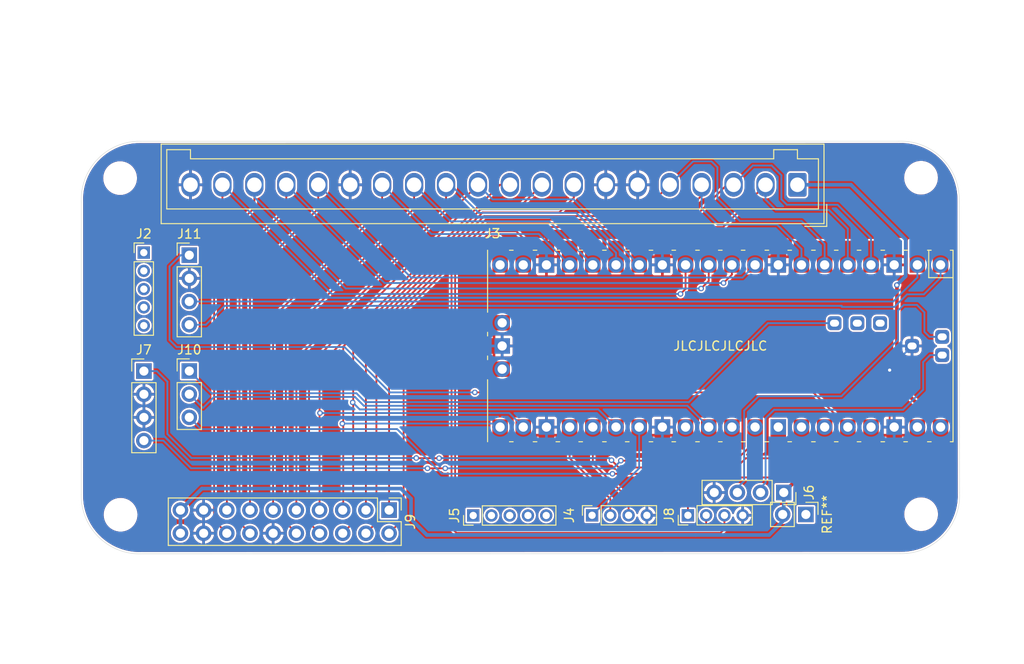
<source format=kicad_pcb>
(kicad_pcb (version 20211014) (generator pcbnew)
  (layers (0 "F.Cu" signal) (31 "B.Cu" signal) (34 "B.Paste" user) (35 "F.Paste" user) (36 "B.SilkS" user "B.Silkscreen") (37 "F.SilkS" user "F.Silkscreen") (38 "B.Mask" user) (39 "F.Mask" user) (44 "Edge.Cuts" user))
  (net 0 "")
  (net 1 "GND")
  (net 2 "+5V")
  (net 3 "D-")
  (net 4 "D+")
  (net 5 "RGB DATA")
  (net 6 "OLED SCL")
  (net 7 "LEFT")
  (net 8 "DOWN")
  (net 9 "RIGHT")
  (net 10 "UP")
  (net 11 "OLED SDA")
  (net 12 "1K")
  (net 13 "2K")
  (net 14 "3K")
  (net 15 "4K")
  (net 16 "1P")
  (net 17 "2P")
  (net 18 "3P")
  (net 19 "TURBO")
  (net 21 "TURBO LED")
  (net 22 "RS")
  (net 24 "LS")
  (net 26 "3.3V")
  (net 28 "4P")
  (net 33 "SELECT")
  (net 34 "START")
  (net 36 "L3")
  (net 37 "R3")
  (net 38 "HOME")
  (net 39 "TP")
  (net 40 "BOOT")
  (net 41 "RESET")
  (footprint "Connector_PinHeader_2.54mm:PinHeader_1x03_P2.54mm_Vertical" (layer "F.Cu") (at 107.64 78.78)
    (fp_text reference "J10" (at 0 -2.33) (layer "F.SilkS"))
    (fp_text value "Conn_01x03_Male")
    (pad "1" thru_hole rect locked (at 0 0) (size 1.7 1.7) (drill 1) (layers *.Cu *.Mask) (net 40 "BOOT"))
    (pad "2" thru_hole oval locked (at 0 2.54) (size 1.7 1.7) (drill 1) (layers *.Cu *.Mask) (net 41 "RESET"))
    (pad "3" thru_hole oval locked (at 0 5.08) (size 1.7 1.7) (drill 1) (layers *.Cu *.Mask) (net 5 "RGB DATA"))
  )
  (footprint "Connector_PinHeader_2.54mm:PinHeader_1x04_P2.54mm_Vertical" (layer "F.Cu") (at 102.665521 78.789011)
    (fp_text reference "J7" (at 0 -2.33) (layer "F.SilkS"))
    (fp_text value "Conn_01x04_Male")
    (pad "1" thru_hole rect locked (at 0 0) (size 1.7 1.7) (drill 1) (layers *.Cu *.Mask) (net 24 "LS"))
    (pad "2" thru_hole oval locked (at 0 2.54) (size 1.7 1.7) (drill 1) (layers *.Cu *.Mask) (net 1 "GND"))
    (pad "3" thru_hole oval locked (at 0 5.08) (size 1.7 1.7) (drill 1) (layers *.Cu *.Mask) (net 1 "GND"))
    (pad "4" thru_hole oval locked (at 0 7.62) (size 1.7 1.7) (drill 1) (layers *.Cu *.Mask) (net 22 "RS"))
  )
  (footprint "Connector_PinSocket_2.54mm:PinSocket_1x04_P2.54mm_Vertical" (layer "F.Cu") (at 172.77 92.1 -90)
    (fp_text reference "J6" (at 0 -2.77 90) (layer "F.SilkS"))
    (fp_text value "Conn_01x04_Male")
    (pad "1" thru_hole rect locked (at 0 0 270) (size 1.7 1.7) (drill 1) (layers *.Cu *.Mask) (net 2 "+5V"))
    (pad "2" thru_hole oval locked (at 0 2.54 270) (size 1.7 1.7) (drill 1) (layers *.Cu *.Mask) (net 3 "D-"))
    (pad "3" thru_hole oval locked (at 0 5.08 270) (size 1.7 1.7) (drill 1) (layers *.Cu *.Mask) (net 4 "D+"))
    (pad "4" thru_hole oval locked (at 0 7.62 270) (size 1.7 1.7) (drill 1) (layers *.Cu *.Mask) (net 1 "GND"))
  )
  (footprint "Connector_PinHeader_2.54mm:PinHeader_1x04_P2.54mm_Vertical" (layer "F.Cu") (at 107.64 66.08)
    (fp_text reference "J11" (at 0 -2.33) (layer "F.SilkS"))
    (fp_text value "Conn_01x04_Female")
    (pad "1" thru_hole rect locked (at 0 0) (size 1.7 1.7) (drill 1) (layers *.Cu *.Mask) (net 26 "3.3V"))
    (pad "2" thru_hole oval locked (at 0 2.54) (size 1.7 1.7) (drill 1) (layers *.Cu *.Mask) (net 1 "GND"))
    (pad "3" thru_hole oval locked (at 0 5.08) (size 1.7 1.7) (drill 1) (layers *.Cu *.Mask) (net 6 "OLED SCL"))
    (pad "4" thru_hole oval locked (at 0 7.62) (size 1.7 1.7) (drill 1) (layers *.Cu *.Mask) (net 11 "OLED SDA"))
  )
  (footprint "Connector_Wago:Wago_734-150_1x20_P3.50mm_Vertical" (layer "F.Cu") (at 174.27 58.36 180)
    (fp_text reference "J3" (at 33.4 -5.35) (layer "F.SilkS"))
    (fp_text value "Screw_Terminal_01x20")
    (pad "1" thru_hole roundrect locked (at 0 0 180) (size 2 2.6) (drill 1.6) (layers *.Cu *.Mask) (roundrect_rratio 0.125) (net 2 "+5V"))
    (pad "2" thru_hole oval locked (at 3.5 0 180) (size 2 2.6) (drill 1.6) (layers *.Cu *.Mask) (net 8 "DOWN"))
    (pad "3" thru_hole oval locked (at 7 0 180) (size 2 2.6) (drill 1.6) (layers *.Cu *.Mask) (net 10 "UP"))
    (pad "4" thru_hole oval locked (at 10.5 0 180) (size 2 2.6) (drill 1.6) (layers *.Cu *.Mask) (net 7 "LEFT"))
    (pad "5" thru_hole oval locked (at 14 0 180) (size 2 2.6) (drill 1.6) (layers *.Cu *.Mask) (net 9 "RIGHT"))
    (pad "6" thru_hole oval locked (at 17.5 0 180) (size 2 2.6) (drill 1.6) (layers *.Cu *.Mask) (net 1 "GND"))
    (pad "7" thru_hole oval locked (at 21 0 180) (size 2 2.6) (drill 1.6) (layers *.Cu *.Mask) (net 1 "GND"))
    (pad "8" thru_hole oval locked (at 24.5 0 180) (size 2 2.6) (drill 1.6) (layers *.Cu *.Mask) (net 38 "HOME"))
    (pad "9" thru_hole oval locked (at 28 0 180) (size 2 2.6) (drill 1.6) (layers *.Cu *.Mask) (net 33 "SELECT"))
    (pad "10" thru_hole oval locked (at 31.5 0 180) (size 2 2.6) (drill 1.6) (layers *.Cu *.Mask) (net 34 "START"))
    (pad "11" thru_hole oval locked (at 35 0 180) (size 2 2.6) (drill 1.6) (layers *.Cu *.Mask) (net 16 "1P"))
    (pad "12" thru_hole oval locked (at 38.5 0 180) (size 2 2.6) (drill 1.6) (layers *.Cu *.Mask) (net 17 "2P"))
    (pad "13" thru_hole oval locked (at 42 0 180) (size 2 2.6) (drill 1.6) (layers *.Cu *.Mask) (net 18 "3P"))
    (pad "14" thru_hole oval locked (at 45.5 0 180) (size 2 2.6) (drill 1.6) (layers *.Cu *.Mask) (net 28 "4P"))
    (pad "15" thru_hole oval locked (at 49 0 180) (size 2 2.6) (drill 1.6) (layers *.Cu *.Mask) (net 1 "GND"))
    (pad "16" thru_hole oval locked (at 52.5 0 180) (size 2 2.6) (drill 1.6) (layers *.Cu *.Mask) (net 12 "1K"))
    (pad "17" thru_hole oval locked (at 56 0 180) (size 2 2.6) (drill 1.6) (layers *.Cu *.Mask) (net 13 "2K"))
    (pad "18" thru_hole oval locked (at 59.5 0 180) (size 2 2.6) (drill 1.6) (layers *.Cu *.Mask) (net 14 "3K"))
    (pad "19" thru_hole oval locked (at 63 0 180) (size 2 2.6) (drill 1.6) (layers *.Cu *.Mask) (net 15 "4K"))
    (pad "20" thru_hole oval locked (at 66.5 0 180) (size 2 2.6) (drill 1.6) (layers *.Cu *.Mask) (net 1 "GND"))
  )
  (footprint "MountingHole:MountingHole_3.2mm_M3" (layer "F.Cu") (at 100.11 94.54 -90)
    (fp_text reference "H4" hide)
    (fp_text value "MountingHole")
    (pad "" np_thru_hole circle locked (at 0 0 270) (size 3.2 3.2) (drill 3.2) (layers *.Cu *.Mask))
  )
  (footprint "Connector_PinSocket_2.00mm:PinSocket_1x04_P2.00mm_Vertical" (layer "F.Cu") (at 151.77 94.6 90)
    (fp_text reference "J4" (at 0 -2.5 90) (layer "F.SilkS"))
    (fp_text value "Conn_01x04_Male")
    (pad "1" thru_hole rect locked (at 0 0 90) (size 1.35 1.35) (drill 0.8) (layers *.Cu *.Mask) (net 39 "TP"))
    (pad "2" thru_hole oval locked (at 0 2 90) (size 1.35 1.35) (drill 0.8) (layers *.Cu *.Mask) (net 36 "L3"))
    (pad "3" thru_hole oval locked (at 0 4 90) (size 1.35 1.35) (drill 0.8) (layers *.Cu *.Mask) (net 37 "R3"))
    (pad "4" thru_hole oval locked (at 0 6 90) (size 1.35 1.35) (drill 0.8) (layers *.Cu *.Mask) (net 1 "GND"))
  )
  (footprint "MountingHole:MountingHole_3.2mm_M3" (layer "F.Cu") (at 100.06 57.63 -90)
    (fp_text reference "H3" hide)
    (fp_text value "MountingHole")
    (pad "" np_thru_hole circle locked (at 0 0 270) (size 3.2 3.2) (drill 3.2) (layers *.Cu *.Mask))
  )
  (footprint "Connector_PinHeader_2.54mm:PinHeader_2x10_P2.54mm_Vertical" (layer "F.Cu") (at 129.53 94.03 -90)
    (fp_text reference "J9" (at 1.27 -2.33 90) (layer "F.SilkS"))
    (fp_text value "Conn_02x10_Odd_Even")
    (pad "1" thru_hole rect (at 0 0 270) (size 1.7 1.7) (drill 1) (layers *.Cu *.Mask) (net 10 "UP"))
    (pad "2" thru_hole oval (at 2.54 0 270) (size 1.7 1.7) (drill 1) (layers *.Cu *.Mask) (net 8 "DOWN"))
    (pad "3" thru_hole oval (at 0 2.54 270) (size 1.7 1.7) (drill 1) (layers *.Cu *.Mask) (net 9 "RIGHT"))
    (pad "4" thru_hole oval (at 2.54 2.54 270) (size 1.7 1.7) (drill 1) (layers *.Cu *.Mask) (net 7 "LEFT"))
    (pad "5" thru_hole oval (at 0 5.08 270) (size 1.7 1.7) (drill 1) (layers *.Cu *.Mask) (net 33 "SELECT"))
    (pad "6" thru_hole oval (at 2.54 5.08 270) (size 1.7 1.7) (drill 1) (layers *.Cu *.Mask) (net 38 "HOME"))
    (pad "7" thru_hole oval (at 0 7.62 270) (size 1.7 1.7) (drill 1) (layers *.Cu *.Mask) (net 34 "START"))
    (pad "8" thru_hole oval (at 2.54 7.62 270) (size 1.7 1.7) (drill 1) (layers *.Cu *.Mask) (net 16 "1P"))
    (pad "9" thru_hole oval (at 0 10.16 270) (size 1.7 1.7) (drill 1) (layers *.Cu *.Mask) (net 17 "2P"))
    (pad "10" thru_hole oval (at 2.54 10.16 270) (size 1.7 1.7) (drill 1) (layers *.Cu *.Mask) (net 18 "3P"))
    (pad "11" thru_hole oval (at 0 12.7 270) (size 1.7 1.7) (drill 1) (layers *.Cu *.Mask) (net 28 "4P"))
    (pad "12" thru_hole oval (at 2.54 12.7 270) (size 1.7 1.7) (drill 1) (layers *.Cu *.Mask) (net 1 "GND"))
    (pad "13" thru_hole oval (at 0 15.24 270) (size 1.7 1.7) (drill 1) (layers *.Cu *.Mask) (net 12 "1K"))
    (pad "14" thru_hole oval (at 2.54 15.24 270) (size 1.7 1.7) (drill 1) (layers *.Cu *.Mask) (net 13 "2K"))
    (pad "15" thru_hole oval (at 0 17.78 270) (size 1.7 1.7) (drill 1) (layers *.Cu *.Mask) (net 14 "3K"))
    (pad "16" thru_hole oval (at 2.54 17.78 270) (size 1.7 1.7) (drill 1) (layers *.Cu *.Mask) (net 15 "4K"))
    (pad "17" thru_hole oval (at 0 20.32 270) (size 1.7 1.7) (drill 1) (layers *.Cu *.Mask) (net 1 "GND"))
    (pad "18" thru_hole oval (at 2.54 20.32 270) (size 1.7 1.7) (drill 1) (layers *.Cu *.Mask) (net 1 "GND"))
    (pad "19" thru_hole oval (at 0 22.86 270) (size 1.7 1.7) (drill 1) (layers *.Cu *.Mask) (net 2 "+5V"))
    (pad "20" thru_hole oval (at 2.54 22.86 270) (size 1.7 1.7) (drill 1) (layers *.Cu *.Mask) (net 2 "+5V"))
  )
  (footprint "Connector_PinHeader_2.00mm:PinHeader_1x04_P2.00mm_Vertical" (layer "F.Cu") (at 162.27 94.6 90)
    (fp_text reference "J8" (at 0 -2.06 90) (layer "F.SilkS"))
    (fp_text value "Conn_01x04_Male")
    (pad "1" thru_hole rect locked (at 0 0 90) (size 1.35 1.35) (drill 0.8) (layers *.Cu *.Mask) (net 26 "3.3V"))
    (pad "2" thru_hole oval locked (at 0 2 90) (size 1.35 1.35) (drill 0.8) (layers *.Cu *.Mask) (net 21 "TURBO LED"))
    (pad "3" thru_hole oval locked (at 0 4 90) (size 1.35 1.35) (drill 0.8) (layers *.Cu *.Mask) (net 19 "TURBO"))
    (pad "4" thru_hole oval locked (at 0 6 90) (size 1.35 1.35) (drill 0.8) (layers *.Cu *.Mask) (net 1 "GND"))
  )
  (footprint "Connector_PinHeader_2.00mm:PinHeader_1x05_P2.00mm_Vertical" (layer "F.Cu") (at 138.745521 94.619011 90)
    (fp_text reference "J5" (at 0 -2.06 90) (layer "F.SilkS"))
    (fp_text value "Conn_01x05_Male")
    (pad "1" thru_hole rect locked (at 0 0 90) (size 1.35 1.35) (drill 0.8) (layers *.Cu *.Mask))
    (pad "2" thru_hole oval locked (at 0 2 90) (size 1.35 1.35) (drill 0.8) (layers *.Cu *.Mask))
    (pad "3" thru_hole oval locked (at 0 4 90) (size 1.35 1.35) (drill 0.8) (layers *.Cu *.Mask))
    (pad "4" thru_hole oval locked (at 0 6 90) (size 1.35 1.35) (drill 0.8) (layers *.Cu *.Mask))
    (pad "5" thru_hole oval locked (at 0 8 90) (size 1.35 1.35) (drill 0.8) (layers *.Cu *.Mask))
  )
  (footprint "MountingHole:MountingHole_3.2mm_M3" (layer "F.Cu") (at 187.81 57.59 -90)
    (fp_text reference "H1" hide)
    (fp_text value "MountingHole")
    (pad "" np_thru_hole circle locked (at 0 0 270) (size 3.2 3.2) (drill 3.2) (layers *.Cu *.Mask))
  )
  (footprint "MountingHole:MountingHole_3.2mm_M3" (layer "F.Cu") (at 187.82 94.48 -90)
    (fp_text reference "H2" hide)
    (fp_text value "MountingHole")
    (pad "" np_thru_hole circle locked (at 0 0 270) (size 3.2 3.2) (drill 3.2) (layers *.Cu *.Mask))
  )
  (footprint "Connector_PinHeader_2.00mm:PinHeader_1x05_P2.00mm_Vertical" (layer "F.Cu") (at 102.655521 65.799011)
    (fp_text reference "J2" (at 0 -2.06) (layer "F.SilkS"))
    (fp_text value "Conn_01x05_Male")
    (pad "1" thru_hole rect locked (at 0 0) (size 1.35 1.35) (drill 0.8) (layers *.Cu *.Mask))
    (pad "2" thru_hole oval locked (at 0 2) (size 1.35 1.35) (drill 0.8) (layers *.Cu *.Mask))
    (pad "3" thru_hole oval locked (at 0 4) (size 1.35 1.35) (drill 0.8) (layers *.Cu *.Mask))
    (pad "4" thru_hole oval locked (at 0 6) (size 1.35 1.35) (drill 0.8) (layers *.Cu *.Mask))
    (pad "5" thru_hole oval locked (at 0 8) (size 1.35 1.35) (drill 0.8) (layers *.Cu *.Mask))
  )
  (footprint "MCU_RaspberryPi_and_Boards:RPi_Pico_SMD_TH" (layer "F.Cu") (at 165.82 76.035 -90)
    (fp_text reference "U1" hide)
    (fp_text value "Pico" hide)
    (pad "1" smd rect locked (at -8.89 -24.13 270) (size 3.5 1.7) (drill (offset -0.9 0)) (layers "F.Cu" "F.Mask") (net 11 "OLED SDA"))
    (pad "1" thru_hole oval locked (at -8.89 -24.13 270) (size 1.7 1.7) (drill 1.02) (layers *.Cu *.Mask) (net 11 "OLED SDA"))
    (pad "2" smd rect locked (at -8.89 -21.59 270) (size 3.5 1.7) (drill (offset -0.9 0)) (layers "F.Cu" "F.Mask") (net 6 "OLED SCL"))
    (pad "2" thru_hole oval locked (at -8.89 -21.59 270) (size 1.7 1.7) (drill 1.02) (layers *.Cu *.Mask) (net 6 "OLED SCL"))
    (pad "3" smd rect locked (at -8.89 -19.05 270) (size 3.5 1.7) (drill (offset -0.9 0)) (layers "F.Cu" "F.Mask") (net 1 "GND"))
    (pad "3" thru_hole rect locked (at -8.89 -19.05 270) (size 1.7 1.7) (drill 1.02) (layers *.Cu *.Mask) (net 1 "GND"))
    (pad "4" smd rect locked (at -8.89 -16.51 270) (size 3.5 1.7) (drill (offset -0.9 0)) (layers "F.Cu" "F.Mask") (net 10 "UP"))
    (pad "4" thru_hole oval locked (at -8.89 -16.51 270) (size 1.7 1.7) (drill 1.02) (layers *.Cu *.Mask) (net 10 "UP"))
    (pad "5" smd rect locked (at -8.89 -13.97 270) (size 3.5 1.7) (drill (offset -0.9 0)) (layers "F.Cu" "F.Mask") (net 8 "DOWN"))
    (pad "5" thru_hole oval locked (at -8.89 -13.97 270) (size 1.7 1.7) (drill 1.02) (layers *.Cu *.Mask) (net 8 "DOWN"))
    (pad "6" smd rect locked (at -8.89 -11.43 270) (size 3.5 1.7) (drill (offset -0.9 0)) (layers "F.Cu" "F.Mask") (net 9 "RIGHT"))
    (pad "6" thru_hole oval locked (at -8.89 -11.43 270) (size 1.7 1.7) (drill 1.02) (layers *.Cu *.Mask) (net 9 "RIGHT"))
    (pad "7" smd rect locked (at -8.89 -8.89 270) (size 3.5 1.7) (drill (offset -0.9 0)) (layers "F.Cu" "F.Mask") (net 7 "LEFT"))
    (pad "7" thru_hole oval locked (at -8.89 -8.89 270) (size 1.7 1.7) (drill 1.02) (layers *.Cu *.Mask) (net 7 "LEFT"))
    (pad "8" smd rect locked (at -8.89 -6.35 270) (size 3.5 1.7) (drill (offset -0.9 0)) (layers "F.Cu" "F.Mask") (net 1 "GND"))
    (pad "8" thru_hole rect locked (at -8.89 -6.35 270) (size 1.7 1.7) (drill 1.02) (layers *.Cu *.Mask) (net 1 "GND"))
    (pad "9" thru_hole oval locked (at -8.89 -3.81 270) (size 1.7 1.7) (drill 1.02) (layers *.Cu *.Mask) (net 12 "1K"))
    (pad "9" smd rect locked (at -8.89 -3.81 270) (size 3.5 1.7) (drill (offset -0.9 0)) (layers "F.Cu" "F.Mask") (net 12 "1K"))
    (pad "10" thru_hole oval locked (at -8.89 -1.27 270) (size 1.7 1.7) (drill 1.02) (layers *.Cu *.Mask) (net 13 "2K"))
    (pad "10" smd rect locked (at -8.89 -1.27 270) (size 3.5 1.7) (drill (offset -0.9 0)) (layers "F.Cu" "F.Mask") (net 13 "2K"))
    (pad "11" thru_hole oval locked (at -8.89 1.27 270) (size 1.7 1.7) (drill 1.02) (layers *.Cu *.Mask) (net 14 "3K"))
    (pad "11" smd rect locked (at -8.89 1.27 270) (size 3.5 1.7) (drill (offset -0.9 0)) (layers "F.Cu" "F.Mask") (net 14 "3K"))
    (pad "12" smd rect locked (at -8.89 3.81 270) (size 3.5 1.7) (drill (offset -0.9 0)) (layers "F.Cu" "F.Mask") (net 15 "4K"))
    (pad "12" thru_hole oval locked (at -8.89 3.81 270) (size 1.7 1.7) (drill 1.02) (layers *.Cu *.Mask) (net 15 "4K"))
    (pad "13" smd rect locked (at -8.89 6.35 270) (size 3.5 1.7) (drill (offset -0.9 0)) (layers "F.Cu" "F.Mask") (net 1 "GND"))
    (pad "13" thru_hole rect locked (at -8.89 6.35 270) (size 1.7 1.7) (drill 1.02) (layers *.Cu *.Mask) (net 1 "GND"))
    (pad "14" smd rect locked (at -8.89 8.89 270) (size 3.5 1.7) (drill (offset -0.9 0)) (layers "F.Cu" "F.Mask") (net 16 "1P"))
    (pad "14" thru_hole oval locked (at -8.89 8.89 270) (size 1.7 1.7) (drill 1.02) (layers *.Cu *.Mask) (net 16 "1P"))
    (pad "15" smd rect locked (at -8.89 11.43 270) (size 3.5 1.7) (drill (offset -0.9 0)) (layers "F.Cu" "F.Mask") (net 17 "2P"))
    (pad "15" thru_hole oval locked (at -8.89 11.43 270) (size 1.7 1.7) (drill 1.02) (layers *.Cu *.Mask) (net 17 "2P"))
    (pad "16" smd rect locked (at -8.89 13.97 270) (size 3.5 1.7) (drill (offset -0.9 0)) (layers "F.Cu" "F.Mask") (net 18 "3P"))
    (pad "16" thru_hole oval locked (at -8.89 13.97 270) (size 1.7 1.7) (drill 1.02) (layers *.Cu *.Mask) (net 18 "3P"))
    (pad "17" smd rect locked (at -8.89 16.51 270) (size 3.5 1.7) (drill (offset -0.9 0)) (layers "F.Cu" "F.Mask") (net 28 "4P"))
    (pad "17" thru_hole oval locked (at -8.89 16.51 270) (size 1.7 1.7) (drill 1.02) (layers *.Cu *.Mask) (net 28 "4P"))
    (pad "18" smd rect locked (at -8.89 19.05 270) (size 3.5 1.7) (drill (offset -0.9 0)) (layers "F.Cu" "F.Mask") (net 1 "GND"))
    (pad "18" thru_hole rect locked (at -8.89 19.05 270) (size 1.7 1.7) (drill 1.02) (layers *.Cu *.Mask) (net 1 "GND"))
    (pad "19" smd rect locked (at -8.89 21.59 270) (size 3.5 1.7) (drill (offset -0.9 0)) (layers "F.Cu" "F.Mask") (net 19 "TURBO"))
    (pad "19" thru_hole oval locked (at -8.89 21.59 270) (size 1.7 1.7) (drill 1.02) (layers *.Cu *.Mask) (net 19 "TURBO"))
    (pad "20" thru_hole oval locked (at -8.89 24.13 270) (size 1.7 1.7) (drill 1.02) (layers *.Cu *.Mask) (net 21 "TURBO LED"))
    (pad "20" smd rect locked (at -8.89 24.13 270) (size 3.5 1.7) (drill (offset -0.9 0)) (layers "F.Cu" "F.Mask") (net 21 "TURBO LED"))
    (pad "21" smd rect locked (at 8.89 24.13 270) (size 3.5 1.7) (drill (offset 0.9 0)) (layers "F.Cu" "F.Mask") (net 33 "SELECT"))
    (pad "21" thru_hole oval locked (at 8.89 24.13 270) (size 1.7 1.7) (drill 1.02) (layers *.Cu *.Mask) (net 33 "SELECT"))
    (pad "22" smd rect locked (at 8.89 21.59 270) (size 3.5 1.7) (drill (offset 0.9 0)) (layers "F.Cu" "F.Mask") (net 34 "START"))
    (pad "22" thru_hole oval locked (at 8.89 21.59 270) (size 1.7 1.7) (drill 1.02) (layers *.Cu *.Mask) (net 34 "START"))
    (pad "23" smd rect locked (at 8.89 19.05 270) (size 3.5 1.7) (drill (offset 0.9 0)) (layers "F.Cu" "F.Mask") (net 1 "GND"))
    (pad "23" thru_hole rect locked (at 8.89 19.05 270) (size 1.7 1.7) (drill 1.02) (layers *.Cu *.Mask) (net 1 "GND"))
    (pad "24" thru_hole oval locked (at 8.89 16.51 270) (size 1.7 1.7) (drill 1.02) (layers *.Cu *.Mask) (net 36 "L3"))
    (pad "24" smd rect locked (at 8.89 16.51 270) (size 3.5 1.7) (drill (offset 0.9 0)) (layers "F.Cu" "F.Mask") (net 36 "L3"))
    (pad "25" smd rect locked (at 8.89 13.97 270) (size 3.5 1.7) (drill (offset 0.9 0)) (layers "F.Cu" "F.Mask") (net 37 "R3"))
    (pad "25" thru_hole oval locked (at 8.89 13.97 270) (size 1.7 1.7) (drill 1.02) (layers *.Cu *.Mask) (net 37 "R3"))
    (pad "26" thru_hole oval locked (at 8.89 11.43 270) (size 1.7 1.7) (drill 1.02) (layers *.Cu *.Mask) (net 38 "HOME"))
    (pad "26" smd rect locked (at 8.89 11.43 270) (size 3.5 1.7) (drill (offset 0.9 0)) (layers "F.Cu" "F.Mask") (net 38 "HOME"))
    (pad "27" thru_hole oval locked (at 8.89 8.89 270) (size 1.7 1.7) (drill 1.02) (layers *.Cu *.Mask) (net 39 "TP"))
    (pad "27" smd rect locked (at 8.89 8.89 270) (size 3.5 1.7) (drill (offset 0.9 0)) (layers "F.Cu" "F.Mask") (net 39 "TP"))
    (pad "28" thru_hole rect locked (at 8.89 6.35 270) (size 1.7 1.7) (drill 1.02) (layers *.Cu *.Mask) (net 1 "GND"))
    (pad "28" smd rect locked (at 8.89 6.35 270) (size 3.5 1.7) (drill (offset 0.9 0)) (layers "F.Cu" "F.Mask") (net 1 "GND"))
    (pad "29" thru_hole oval locked (at 8.89 3.81 270) (size 1.7 1.7) (drill 1.02) (layers *.Cu *.Mask))
    (pad "29" smd rect locked (at 8.89 3.81 270) (size 3.5 1.7) (drill (offset 0.9 0)) (layers "F.Cu" "F.Mask"))
    (pad "30" thru_hole oval locked (at 8.89 1.27 270) (size 1.7 1.7) (drill 1.02) (layers *.Cu *.Mask) (net 41 "RESET"))
    (pad "30" smd rect locked (at 8.89 1.27 270) (size 3.5 1.7) (drill (offset 0.9 0)) (layers "F.Cu" "F.Mask") (net 41 "RESET"))
    (pad "31" thru_hole oval locked (at 8.89 -1.27 270) (size 1.7 1.7) (drill 1.02) (layers *.Cu *.Mask) (net 22 "RS"))
    (pad "31" smd rect locked (at 8.89 -1.27 270) (size 3.5 1.7) (drill (offset 0.9 0)) (layers "F.Cu" "F.Mask") (net 22 "RS"))
    (pad "32" thru_hole oval locked (at 8.89 -3.81 270) (size 1.7 1.7) (drill 1.02) (layers *.Cu *.Mask) (net 24 "LS"))
    (pad "32" smd rect locked (at 8.89 -3.81 270) (size 3.5 1.7) (drill (offset 0.9 0)) (layers "F.Cu" "F.Mask") (net 24 "LS"))
    (pad "33" thru_hole rect locked (at 8.89 -6.35 270) (size 1.7 1.7) (drill 1.02) (layers *.Cu *.Mask))
    (pad "33" smd rect locked (at 8.89 -6.35 270) (size 3.5 1.7) (drill (offset 0.9 0)) (layers "F.Cu" "F.Mask"))
    (pad "34" smd rect locked (at 8.89 -8.89 270) (size 3.5 1.7) (drill (offset 0.9 0)) (layers "F.Cu" "F.Mask") (net 5 "RGB DATA"))
    (pad "34" thru_hole oval locked (at 8.89 -8.89 270) (size 1.7 1.7) (drill 1.02) (layers *.Cu *.Mask) (net 5 "RGB DATA"))
    (pad "35" thru_hole oval locked (at 8.89 -11.43 270) (size 1.7 1.7) (drill 1.02) (layers *.Cu *.Mask))
    (pad "35" smd rect locked (at 8.89 -11.43 270) (size 3.5 1.7) (drill (offset 0.9 0)) (layers "F.Cu" "F.Mask"))
    (pad "36" thru_hole oval locked (at 8.89 -13.97 270) (size 1.7 1.7) (drill 1.02) (layers *.Cu *.Mask) (net 26 "3.3V"))
    (pad "36" smd rect locked (at 8.89 -13.97 270) (size 3.5 1.7) (drill (offset 0.9 0)) (layers "F.Cu" "F.Mask") (net 26 "3.3V"))
    (pad "37" thru_hole oval locked (at 8.89 -16.51 270) (size 1.7 1.7) (drill 1.02) (layers *.Cu *.Mask))
    (pad "37" smd rect locked (at 8.89 -16.51 270) (size 3.5 1.7) (drill (offset 0.9 0)) (layers "F.Cu" "F.Mask"))
    (pad "38" smd rect locked (at 8.89 -19.05 270) (size 3.5 1.7) (drill (offset 0.9 0)) (layers "F.Cu" "F.Mask") (net 1 "GND"))
    (pad "38" thru_hole rect locked (at 8.89 -19.05 270) (size 1.7 1.7) (drill 1.02) (layers *.Cu *.Mask) (net 1 "GND"))
    (pad "39" thru_hole oval locked (at 8.89 -21.59 270) (size 1.7 1.7) (drill 1.02) (layers *.Cu *.Mask))
    (pad "39" smd rect locked (at 8.89 -21.59 270) (size 3.5 1.7) (drill (offset 0.9 0)) (layers "F.Cu" "F.Mask"))
    (pad "40" smd rect locked (at 8.89 -24.13 270) (size 3.5 1.7) (drill (offset 0.9 0)) (layers "F.Cu" "F.Mask") (net 2 "+5V"))
    (pad "40" thru_hole oval locked (at 8.89 -24.13 270) (size 1.7 1.7) (drill 1.02) (layers *.Cu *.Mask) (net 2 "+5V"))
    (pad "41" thru_hole oval locked (at -2.54 23.9 270) (size 1.7 1.7) (drill 1.02) (layers *.Cu *.Mask))
    (pad "41" smd rect locked (at -2.54 23.9) (size 3.5 1.7) (drill (offset -0.9 0)) (layers "F.Cu" "F.Mask"))
    (pad "42" thru_hole rect locked (at 0 23.9 270) (size 1.7 1.7) (drill 1.02) (layers *.Cu *.Mask) (net 1 "GND"))
    (pad "42" smd rect locked (at 0 23.9) (size 3.5 1.7) (drill (offset -0.9 0)) (layers "F.Cu" "F.Mask") (net 1 "GND"))
    (pad "43" thru_hole oval locked (at 2.54 23.9 270) (size 1.7 1.7) (drill 1.02) (layers *.Cu *.Mask))
    (pad "43" smd rect locked (at 2.54 23.9) (size 3.5 1.7) (drill (offset -0.9 0)) (layers "F.Cu" "F.Mask"))
    (pad "44" thru_hole roundrect locked (at 0 -21.01 270) (size 1.524 1.524) (drill oval 0.762 1) (layers *.Cu *.Mask) (net 1 "GND"))
    (pad "45" thru_hole roundrect locked (at 1 -24.31 270) (size 1.524 1.524) (drill oval 0.762 1) (layers *.Cu *.Mask) (net 3 "D-"))
    (pad "46" thru_hole roundrect locked (at -1 -24.31 270) (size 1.524 1.524) (drill oval 0.762 1) (layers *.Cu *.Mask) (net 4 "D+"))
    (pad "47" thru_hole roundrect locked (at -2.5 -17.51 270) (size 1.524 1.524) (drill oval 0.762 1) (layers *.Cu *.Mask))
    (pad "48" thru_hole roundrect locked (at -2.5 -15.01 270) (size 1.524 1.524) (drill oval 0.762 1) (layers *.Cu *.Mask))
    (pad "49" thru_hole roundrect locked (at -2.5 -12.51 270) (size 1.524 1.524) (drill oval 0.762 1) (layers *.Cu *.Mask) (net 40 "BOOT"))
  )
  (footprint "Connector_PinHeader_2.54mm:PinHeader_1x02_P2.54mm_Vertical" (layer "F.Cu") (at 175.193 94.507 -90)
    (fp_text reference "REF**" (at 0 -2.33 90) (layer "F.SilkS"))
    (fp_text value "PinHeader_1x02_P2.54mm_Vertical")
    (pad "1" thru_hole rect (at 0 0 270) (size 1.7 1.7) (drill 1) (layers *.Cu *.Mask))
    (pad "2" thru_hole oval (at 0 2.54 270) (size 1.7 1.7) (drill 1) (layers *.Cu *.Mask))
  )
  (gr_line locked (start 102.330015 53.595304) (end 185.314696 53.590015) (layer "Edge.Cuts") (width 0.05))
  (gr_line locked (start 185.51 98.8) (end 102.485304 98.819985) (layer "Edge.Cuts") (width 0.05))
  (gr_arc locked (start 192.03 92.12) (mid 190.220029 96.875307) (end 185.51 98.8) (layer "Edge.Cuts") (width 0.05))
  (gr_line locked (start 191.994696 60.110015) (end 192.03 92.12) (layer "Edge.Cuts") (width 0.05))
  (gr_arc locked (start 185.314696 53.590015) (mid 190.070001 55.399985) (end 191.994696 60.110015) (layer "Edge.Cuts") (width 0.05))
  (gr_arc locked (start 95.810015 60.275304) (mid 97.619985 55.519999) (end 102.330015 53.595304) (layer "Edge.Cuts") (width 0.05))
  (gr_line locked (start 95.805304 92.299985) (end 95.810015 60.275304) (layer "Edge.Cuts") (width 0.05))
  (gr_arc locked (start 102.485304 98.819985) (mid 97.729999 97.010015) (end 95.805304 92.299985) (layer "Edge.Cuts") (width 0.05))
  (gr_text "JLCJLCJLCJLC" (at 165.82 76.035) (layer "F.SilkS") (effects (font (size 1 1))))
  (segment (start 184.37 84.425) (end 184.87 84.925) (width 0.2) (layer "F.Cu") (net 1))
  (segment (start 184.37 78.68) (end 184.37 84.425) (width 0.2) (layer "F.Cu") (net 1))
  (via (at 184.37 78.68) (size 0.6) (drill 0.35) (layers "F.Cu" "B.Cu") (net 1))
  (segment (start 184.37 78.68) (end 184.37 78.495) (width 0.2) (layer "B.Cu") (net 1))
  (segment (start 184.37 78.495) (end 186.83 76.035) (width 0.2) (layer "B.Cu") (net 1))
  (segment (start 186.315 90.32) (end 174.55 90.32) (width 0.4) (layer "F.Cu") (net 2))
  (segment (start 185.17 69.3695) (end 185.17 80.145) (width 0.4) (layer "F.Cu") (net 2))
  (segment (start 189.95 84.925) (end 189.95 86.685) (width 0.4) (layer "F.Cu") (net 2))
  (segment (start 185.16 69.3595) (end 185.17 69.3695) (width 0.4) (layer "F.Cu") (net 2))
  (segment (start 185.17 80.145) (end 189.95 84.925) (width 0.4) (layer "F.Cu") (net 2))
  (segment (start 174.55 90.32) (end 172.77 92.1) (width 0.4) (layer "F.Cu") (net 2))
  (segment (start 189.95 86.685) (end 186.315 90.32) (width 0.4) (layer "F.Cu") (net 2))
  (via (at 185.16 69.3595) (size 0.6) (drill 0.35) (layers "F.Cu" "B.Cu") (net 2))
  (segment (start 180.13 58.36) (end 174.27 58.36) (width 0.4) (layer "B.Cu") (net 2))
  (segment (start 185.16 69.3595) (end 185.16 69.355) (width 0.4) (layer "B.Cu") (net 2))
  (segment (start 106.67 96.57) (end 106.67 94.03) (width 0.4) (layer "B.Cu") (net 2))
  (segment (start 106.67 94.02) (end 109.02 91.67) (width 0.4) (layer "B.Cu") (net 2))
  (segment (start 130.82 91.67) (end 131.93 92.78) (width 0.4) (layer "B.Cu") (net 2))
  (segment (start 186.13 68.385) (end 186.13 64.36) (width 0.4) (layer "B.Cu") (net 2))
  (segment (start 171.16 96.76) (end 172.77 95.15) (width 0.4) (layer "B.Cu") (net 2))
  (segment (start 109.02 91.67) (end 130.82 91.67) (width 0.4) (layer "B.Cu") (net 2))
  (segment (start 172.77 95.15) (end 172.77 92.1) (width 0.4) (layer "B.Cu") (net 2))
  (segment (start 133.67 96.76) (end 163.12 96.76) (width 0.4) (layer "B.Cu") (net 2))
  (segment (start 186.13 64.36) (end 180.13 58.36) (width 0.4) (layer "B.Cu") (net 2))
  (segment (start 163.12 96.76) (end 171.16 96.76) (width 0.4) (layer "B.Cu") (net 2))
  (segment (start 131.93 92.78) (end 131.93 95.02) (width 0.4) (layer "B.Cu") (net 2))
  (segment (start 131.93 95.02) (end 133.67 96.76) (width 0.4) (layer "B.Cu") (net 2))
  (segment (start 185.16 69.355) (end 186.13 68.385) (width 0.4) (layer "B.Cu") (net 2))
  (segment (start 170.78 91.02) (end 170.39 91.41) (width 0.2) (layer "B.Cu") (net 3))
  (segment (start 188.805 77.035) (end 188.04 77.8) (width 0.2) (layer "B.Cu") (net 3))
  (segment (start 188.04 77.8) (end 188.04 80.83) (width 0.2) (layer "B.Cu") (net 3))
  (segment (start 170.78 83.96) (end 170.78 91.02) (width 0.2) (layer "B.Cu") (net 3))
  (segment (start 185.84 83.03) (end 171.71 83.03) (width 0.2) (layer "B.Cu") (net 3))
  (segment (start 190.13 77.035) (end 188.805 77.035) (width 0.2) (layer "B.Cu") (net 3))
  (segment (start 171.71 83.03) (end 170.78 83.96) (width 0.2) (layer "B.Cu") (net 3))
  (segment (start 188.04 80.83) (end 185.84 83.03) (width 0.2) (layer "B.Cu") (net 3))
  (segment (start 188.18 74.48) (end 188.735 75.035) (width 0.2) (layer "B.Cu") (net 4))
  (segment (start 185.29 75.34) (end 185.29 72.15) (width 0.2) (layer "B.Cu") (net 4))
  (segment (start 168.43 83.13) (end 170.01 81.55) (width 0.2) (layer "B.Cu") (net 4))
  (segment (start 187.36 71.53) (end 188.18 72.35) (width 0.2) (layer "B.Cu") (net 4))
  (segment (start 170.01 81.55) (end 179.08 81.55) (width 0.2) (layer "B.Cu") (net 4))
  (segment (start 179.08 81.55) (end 185.29 75.34) (width 0.2) (layer "B.Cu") (net 4))
  (segment (start 167.85 91.41) (end 168.43 90.83) (width 0.2) (layer "B.Cu") (net 4))
  (segment (start 188.18 72.35) (end 188.18 74.48) (width 0.2) (layer "B.Cu") (net 4))
  (segment (start 185.91 71.53) (end 187.36 71.53) (width 0.2) (layer "B.Cu") (net 4))
  (segment (start 185.29 72.15) (end 185.91 71.53) (width 0.2) (layer "B.Cu") (net 4))
  (segment (start 168.43 90.83) (end 168.43 83.13) (width 0.2) (layer "B.Cu") (net 4))
  (segment (start 188.735 75.035) (end 190.13 75.035) (width 0.2) (layer "B.Cu") (net 4))
  (segment (start 168.6 88.35) (end 173.925 88.35) (width 0.2) (layer "F.Cu") (net 5))
  (segment (start 173.925 88.35) (end 174.71 87.565) (width 0.2) (layer "F.Cu") (net 5))
  (segment (start 174.71 87.565) (end 174.71 84.925) (width 0.2) (layer "F.Cu") (net 5))
  (segment (start 166.9005 90.0495) (end 168.6 88.35) (width 0.2) (layer "F.Cu") (net 5))
  (segment (start 154.003059 90.0495) (end 166.9005 90.0495) (width 0.2) (layer "F.Cu") (net 5))
  (via (at 154.003059 90.0495) (size 0.6) (drill 0.35) (layers "F.Cu" "B.Cu") (net 5))
  (segment (start 108.93 85.15) (end 107.64 83.86) (width 0.2) (layer "B.Cu") (net 5))
  (segment (start 135.3095 90.0495) (end 130.41 85.15) (width 0.2) (layer "B.Cu") (net 5))
  (segment (start 130.41 85.15) (end 108.93 85.15) (width 0.2) (layer "B.Cu") (net 5))
  (segment (start 154.003059 90.0495) (end 135.3095 90.0495) (width 0.2) (layer "B.Cu") (net 5))
  (segment (start 187.41 68.515) (end 184.765 71.16) (width 0.2) (layer "B.Cu") (net 6))
  (segment (start 107.64 71.16) (end 107.79 71.01) (width 0.2) (layer "B.Cu") (net 6))
  (segment (start 184.765 71.16) (end 107.64 71.16) (width 0.2) (layer "B.Cu") (net 6))
  (segment (start 187.41 67.145) (end 187.41 68.515) (width 0.2) (layer "B.Cu") (net 6))
  (segment (start 163.77 59.55) (end 161.13 62.19) (width 0.2) (layer "F.Cu") (net 7))
  (segment (start 128.14 74.162744) (end 128.14 95.41) (width 0.2) (layer "F.Cu") (net 7))
  (segment (start 163.77 58.36) (end 163.77 59.55) (width 0.2) (layer "F.Cu") (net 7))
  (segment (start 161.13 62.19) (end 140.112744 62.19) (width 0.2) (layer "F.Cu") (net 7))
  (segment (start 128.14 95.41) (end 126.99 96.56) (width 0.2) (layer "F.Cu") (net 7))
  (segment (start 140.112744 62.19) (end 128.14 74.162744) (width 0.2) (layer "F.Cu") (net 7))
  (segment (start 163.77 58.36) (end 163.77 60.97) (width 0.2) (layer "B.Cu") (net 7))
  (segment (start 172.05 62.73) (end 174.71 65.39) (width 0.2) (layer "B.Cu") (net 7))
  (segment (start 174.71 65.39) (end 174.71 67.145) (width 0.2) (layer "B.Cu") (net 7))
  (segment (start 163.77 60.97) (end 165.53 62.73) (width 0.2) (layer "B.Cu") (net 7))
  (segment (start 165.53 62.73) (end 172.05 62.73) (width 0.2) (layer "B.Cu") (net 7))
  (segment (start 140.444116 62.99) (end 131.120733 72.313383) (width 0.2) (layer "F.Cu") (net 8))
  (segment (start 131.120733 72.313383) (end 131.120733 94.969267) (width 0.2) (layer "F.Cu") (net 8))
  (segment (start 131.120733 94.969267) (end 129.53 96.56) (width 0.2) (layer "F.Cu") (net 8))
  (segment (start 170.77 58.36) (end 166.14 62.99) (width 0.2) (layer "F.Cu") (net 8))
  (segment (start 166.14 62.99) (end 140.444116 62.99) (width 0.2) (layer "F.Cu") (net 8))
  (segment (start 179.79 63.18) (end 179.79 67.145) (width 0.2) (layer "B.Cu") (net 8))
  (segment (start 171.91 61.12) (end 177.73 61.12) (width 0.2) (layer "B.Cu") (net 8))
  (segment (start 170.77 58.36) (end 170.77 59.98) (width 0.2) (layer "B.Cu") (net 8))
  (segment (start 177.73 61.12) (end 179.79 63.18) (width 0.2) (layer "B.Cu") (net 8))
  (segment (start 170.77 59.98) (end 171.91 61.12) (width 0.2) (layer "B.Cu") (net 8))
  (segment (start 156.84 61.79) (end 139.947058 61.79) (width 0.2) (layer "F.Cu") (net 9))
  (segment (start 139.947058 61.79) (end 126.99 74.747058) (width 0.2) (layer "F.Cu") (net 9))
  (segment (start 126.99 74.747058) (end 126.99 94.02) (width 0.2) (layer "F.Cu") (net 9))
  (segment (start 160.27 58.36) (end 156.84 61.79) (width 0.2) (layer "F.Cu") (net 9))
  (segment (start 160.27 58.36) (end 162.84 55.79) (width 0.2) (layer "B.Cu") (net 9))
  (segment (start 174.72 62.33) (end 177.25 64.86) (width 0.2) (layer "B.Cu") (net 9))
  (segment (start 162.84 55.79) (end 164.85 55.79) (width 0.2) (layer "B.Cu") (net 9))
  (segment (start 165.5 59.86) (end 167.97 62.33) (width 0.2) (layer "B.Cu") (net 9))
  (segment (start 165.5 56.44) (end 165.5 59.86) (width 0.2) (layer "B.Cu") (net 9))
  (segment (start 167.97 62.33) (end 174.72 62.33) (width 0.2) (layer "B.Cu") (net 9))
  (segment (start 177.25 64.86) (end 177.25 67.145) (width 0.2) (layer "B.Cu") (net 9))
  (segment (start 164.85 55.79) (end 165.5 56.44) (width 0.2) (layer "B.Cu") (net 9))
  (segment (start 166.54 58.36) (end 162.31 62.59) (width 0.2) (layer "F.Cu") (net 10))
  (segment (start 162.31 62.59) (end 140.27843 62.59) (width 0.2) (layer "F.Cu") (net 10))
  (segment (start 167.27 58.36) (end 166.54 58.36) (width 0.2) (layer "F.Cu") (net 10))
  (segment (start 140.27843 62.59) (end 129.53 73.33843) (width 0.2) (layer "F.Cu") (net 10))
  (segment (start 129.53 73.33843) (end 129.53 94.02) (width 0.2) (layer "F.Cu") (net 10))
  (segment (start 172.51 59.95) (end 173.11 60.55) (width 0.2) (layer "B.Cu") (net 10))
  (segment (start 173.11 60.55) (end 178.67 60.55) (width 0.2) (layer "B.Cu") (net 10))
  (segment (start 172.51 57.32) (end 172.51 59.95) (width 0.2) (layer "B.Cu") (net 10))
  (segment (start 167.27 58.36) (end 169.38 56.25) (width 0.2) (layer "B.Cu") (net 10))
  (segment (start 178.67 60.55) (end 182.33 64.21) (width 0.2) (layer "B.Cu") (net 10))
  (segment (start 171.44 56.25) (end 172.51 57.32) (width 0.2) (layer "B.Cu") (net 10))
  (segment (start 182.33 64.21) (end 182.33 67.145) (width 0.2) (layer "B.Cu") (net 10))
  (segment (start 169.38 56.25) (end 171.44 56.25) (width 0.2) (layer "B.Cu") (net 10))
  (segment (start 179.125 71.75) (end 179.225 71.75) (width 0.2) (layer "B.Cu") (net 11))
  (segment (start 189.95 68.55) (end 189.95 67.145) (width 0.2) (layer "B.Cu") (net 11))
  (segment (start 186.275 70.375) (end 188.125 70.375) (width 0.2) (layer "B.Cu") (net 11))
  (segment (start 179.111346 71.636346) (end 111.513654 71.636346) (width 0.2) (layer "B.Cu") (net 11))
  (segment (start 188.125 70.375) (end 189.95 68.55) (width 0.2) (layer "B.Cu") (net 11))
  (segment (start 179.225 71.75) (end 179.111346 71.636346) (width 0.2) (layer "B.Cu") (net 11))
  (segment (start 109.45 73.7) (end 107.64 73.7) (width 0.2) (layer "B.Cu") (net 11))
  (segment (start 179.225 71.75) (end 184.9 71.75) (width 0.2) (layer "B.Cu") (net 11))
  (segment (start 184.9 71.75) (end 186.275 70.375) (width 0.2) (layer "B.Cu") (net 11))
  (segment (start 111.513654 71.636346) (end 109.45 73.7) (width 0.2) (layer "B.Cu") (net 11))
  (segment (start 121.77 60.97) (end 114.29 68.45) (width 0.2) (layer "F.Cu") (net 12))
  (segment (start 121.77 58.36) (end 121.77 60.97) (width 0.2) (layer "F.Cu") (net 12))
  (segment (start 114.29 68.45) (end 114.29 94.02) (width 0.2) (layer "F.Cu") (net 12))
  (segment (start 131.942009 68.532009) (end 168.242991 68.532009) (width 0.2) (layer "B.Cu") (net 12))
  (segment (start 121.77 58.36) (end 131.942009 68.532009) (width 0.2) (layer "B.Cu") (net 12))
  (segment (start 168.242991 68.532009) (end 169.63 67.145) (width 0.2) (layer "B.Cu") (net 12))
  (segment (start 167.09 68.211509) (end 167.09 67.145) (width 0.2) (layer "F.Cu") (net 13))
  (segment (start 166.17 69.131509) (end 167.09 68.211509) (width 0.2) (layer "F.Cu") (net 13))
  (segment (start 113.14 66.15) (end 113.14 95.41) (width 0.2) (layer "F.Cu") (net 13))
  (segment (start 118.27 61.02) (end 113.14 66.15) (width 0.2) (layer "F.Cu") (net 13))
  (segment (start 113.14 95.41) (end 114.29 96.56) (width 0.2) (layer "F.Cu") (net 13))
  (segment (start 118.27 58.36) (end 118.27 61.02) (width 0.2) (layer "F.Cu") (net 13))
  (via (at 166.17 69.131509) (size 0.6) (drill 0.35) (layers "F.Cu" "B.Cu") (net 13))
  (segment (start 118.27 58.37) (end 118.27 58.36) (width 0.2) (layer "B.Cu") (net 13))
  (segment (start 166.17 69.131509) (end 129.031509 69.131509) (width 0.2) (layer "B.Cu") (net 13))
  (segment (start 129.031509 69.131509) (end 118.27 58.37) (width 0.2) (layer "B.Cu") (net 13))
  (segment (start 114.77 58.36) (end 114.77 60.88) (width 0.2) (layer "F.Cu") (net 14))
  (segment (start 164.55 68.901009) (end 164.55 67.145) (width 0.2) (layer "F.Cu") (net 14))
  (segment (start 163.72 69.731009) (end 164.55 68.901009) (width 0.2) (layer "F.Cu") (net 14))
  (segment (start 111.76 94.01) (end 111.75 94.02) (width 0.2) (layer "F.Cu") (net 14))
  (segment (start 114.77 60.88) (end 111.76 63.89) (width 0.2) (layer "F.Cu") (net 14))
  (segment (start 111.76 63.89) (end 111.76 94.01) (width 0.2) (layer "F.Cu") (net 14))
  (via (at 163.72 69.731009) (size 0.6) (drill 0.35) (layers "F.Cu" "B.Cu") (net 14))
  (segment (start 163.72 69.731009) (end 124.781009 69.731009) (width 0.2) (layer "B.Cu") (net 14))
  (segment (start 114.77 59.72) (end 114.77 58.36) (width 0.2) (layer "B.Cu") (net 14))
  (segment (start 124.781009 69.731009) (end 114.77 59.72) (width 0.2) (layer "B.Cu") (net 14))
  (segment (start 111.27 58.36) (end 111.27 60.98) (width 0.2) (layer "F.Cu") (net 15))
  (segment (start 110.36 95.17) (end 111.75 96.56) (width 0.2) (layer "F.Cu") (net 15))
  (segment (start 162.01 69.780509) (end 162.01 67.145) (width 0.2) (layer "F.Cu") (net 15))
  (segment (start 161.46 70.330509) (end 162.01 69.780509) (width 0.2) (layer "F.Cu") (net 15))
  (segment (start 111.27 60.98) (end 110.36 61.89) (width 0.2) (layer "F.Cu") (net 15))
  (segment (start 110.36 61.89) (end 110.36 95.17) (width 0.2) (layer "F.Cu") (net 15))
  (via (at 161.46 70.330509) (size 0.6) (drill 0.35) (layers "F.Cu" "B.Cu") (net 15))
  (segment (start 161.46 70.330509) (end 123.240509 70.330509) (width 0.2) (layer "B.Cu") (net 15))
  (segment (start 123.240509 70.330509) (end 111.27 58.36) (width 0.2) (layer "B.Cu") (net 15))
  (segment (start 137.04 60.59) (end 137.04 61.91) (width 0.2) (layer "F.Cu") (net 16))
  (segment (start 120.76 95.41) (end 121.91 96.56) (width 0.2) (layer "F.Cu") (net 16))
  (segment (start 139.27 58.36) (end 137.04 60.59) (width 0.2) (layer "F.Cu") (net 16))
  (segment (start 120.76 78.19) (end 120.76 95.41) (width 0.2) (layer "F.Cu") (net 16))
  (segment (start 137.04 61.91) (end 120.76 78.19) (width 0.2) (layer "F.Cu") (net 16))
  (segment (start 139.27 58.36) (end 140.87 59.96) (width 0.2) (layer "B.Cu") (net 16))
  (segment (start 140.87 59.96) (end 149.745 59.96) (width 0.2) (layer "B.Cu") (net 16))
  (segment (start 149.745 59.96) (end 156.93 67.145) (width 0.2) (layer "B.Cu") (net 16))
  (segment (start 135.77 58.36) (end 135.77 61.05) (width 0.2) (layer "F.Cu") (net 17))
  (segment (start 135.77 61.05) (end 119.37 77.45) (width 0.2) (layer "F.Cu") (net 17))
  (segment (start 119.37 77.45) (end 119.37 94.02) (width 0.2) (layer "F.Cu") (net 17))
  (segment (start 139.35 61.44) (end 150.02 61.44) (width 0.2) (layer "B.Cu") (net 17))
  (segment (start 135.77 58.36) (end 136.27 58.36) (width 0.2) (layer "B.Cu") (net 17))
  (segment (start 154.39 65.81) (end 154.39 67.145) (width 0.2) (layer "B.Cu") (net 17))
  (segment (start 136.27 58.36) (end 139.35 61.44) (width 0.2) (layer "B.Cu") (net 17))
  (segment (start 150.02 61.44) (end 154.39 65.81) (width 0.2) (layer "B.Cu") (net 17))
  (segment (start 132.27 58.36) (end 132.27 60.97) (width 0.2) (layer "F.Cu") (net 18))
  (segment (start 118.22 75.02) (end 118.22 95.41) (width 0.2) (layer "F.Cu") (net 18))
  (segment (start 132.27 60.97) (end 118.22 75.02) (width 0.2) (layer "F.Cu") (net 18))
  (segment (start 118.22 95.41) (end 119.37 96.56) (width 0.2) (layer "F.Cu") (net 18))
  (segment (start 132.27 58.36) (end 136.28 62.37) (width 0.2) (layer "B.Cu") (net 18))
  (segment (start 147.075 62.37) (end 151.85 67.145) (width 0.2) (layer "B.Cu") (net 18))
  (segment (start 136.28 62.37) (end 147.075 62.37) (width 0.2) (layer "B.Cu") (net 18))
  (segment (start 140.69 63.46) (end 136.37 67.78) (width 0.2) (layer "F.Cu") (net 19))
  (segment (start 136.91 96.53) (end 165.85 96.53) (width 0.2) (layer "F.Cu") (net 19))
  (segment (start 136.37 67.78) (end 136.37 95.99) (width 0.2) (layer "F.Cu") (net 19))
  (segment (start 136.37 95.99) (end 136.91 96.53) (width 0.2) (layer "F.Cu") (net 19))
  (segment (start 165.85 96.53) (end 166.27 96.11) (width 0.2) (layer "F.Cu") (net 19))
  (segment (start 143.47 63.46) (end 140.69 63.46) (width 0.2) (layer "F.Cu") (net 19))
  (segment (start 166.27 96.11) (end 166.27 94.6) (width 0.2) (layer "F.Cu") (net 19))
  (segment (start 144.23 64.22) (end 143.47 63.46) (width 0.2) (layer "F.Cu") (net 19))
  (segment (start 144.23 67.145) (end 144.23 64.22) (width 0.2) (layer "F.Cu") (net 19))
  (segment (start 136.77 68.01) (end 140.76 64.02) (width 0.2) (layer "F.Cu") (net 21))
  (segment (start 164.27 94.6) (end 164.27 95.66) (width 0.2) (layer "F.Cu") (net 21))
  (segment (start 163.83 96.1) (end 137.19 96.1) (width 0.2) (layer "F.Cu") (net 21))
  (segment (start 141.69 64.21) (end 141.69 67.145) (width 0.2) (layer "F.Cu") (net 21))
  (segment (start 140.76 64.02) (end 141.5 64.02) (width 0.2) (layer "F.Cu") (net 21))
  (segment (start 164.27 95.66) (end 163.83 96.1) (width 0.2) (layer "F.Cu") (net 21))
  (segment (start 136.77 95.68) (end 136.77 68.01) (width 0.2) (layer "F.Cu") (net 21))
  (segment (start 141.5 64.02) (end 141.69 64.21) (width 0.2) (layer "F.Cu") (net 21))
  (segment (start 137.19 96.1) (end 136.77 95.68) (width 0.2) (layer "F.Cu") (net 21))
  (segment (start 167.09 86.485) (end 164.965 88.61) (width 0.2) (layer "F.Cu") (net 22))
  (segment (start 164.965 88.61) (end 154.92 88.61) (width 0.2) (layer "F.Cu") (net 22))
  (segment (start 167.09 84.925) (end 167.09 86.485) (width 0.2) (layer "F.Cu") (net 22))
  (segment (start 133.74 89.45) (end 135.68 89.45) (width 0.2) (layer "F.Cu") (net 22))
  (via (at 135.68 89.45) (size 0.6) (drill 0.35) (layers "F.Cu" "B.Cu") (net 22))
  (via (at 133.74 89.45) (size 0.6) (drill 0.35) (layers "F.Cu" "B.Cu") (net 22))
  (via (at 154.92 88.61) (size 0.6) (drill 0.35) (layers "F.Cu" "B.Cu") (net 22))
  (segment (start 154.92 88.61) (end 154.08 89.45) (width 0.2) (layer "B.Cu") (net 22))
  (segment (start 104.799011 86.409011) (end 102.665521 86.409011) (width 0.2) (layer "B.Cu") (net 22))
  (segment (start 133.73 89.44) (end 107.83 89.44) (width 0.2) (layer "B.Cu") (net 22))
  (segment (start 133.74 89.45) (end 133.73 89.44) (width 0.2) (layer "B.Cu") (net 22))
  (segment (start 154.08 89.45) (end 135.68 89.45) (width 0.2) (layer "B.Cu") (net 22))
  (segment (start 107.83 89.44) (end 104.799011 86.409011) (width 0.2) (layer "B.Cu") (net 22))
  (segment (start 132.51 88.32) (end 132.53 88.34) (width 0.2) (layer "F.Cu") (net 24))
  (segment (start 154.7 89.36) (end 166.755 89.36) (width 0.2) (layer "F.Cu") (net 24))
  (segment (start 132.53 88.34) (end 135.01 88.34) (width 0.2) (layer "F.Cu") (net 24))
  (segment (start 169.63 86.485) (end 169.63 84.925) (width 0.2) (layer "F.Cu") (net 24))
  (segment (start 166.755 89.36) (end 169.63 86.485) (width 0.2) (layer "F.Cu") (net 24))
  (segment (start 153.9 88.56) (end 154.7 89.36) (width 0.2) (layer "F.Cu") (net 24))
  (via (at 153.9 88.56) (size 0.6) (drill 0.35) (layers "F.Cu" "B.Cu") (net 24))
  (via (at 132.51 88.32) (size 0.6) (drill 0.35) (layers "F.Cu" "B.Cu") (net 24))
  (via (at 135.01 88.34) (size 0.6) (drill 0.35) (layers "F.Cu" "B.Cu") (net 24))
  (segment (start 105.24 79.95) (end 104.079011 78.789011) (width 0.2) (layer "B.Cu") (net 24))
  (segment (start 153.67 88.33) (end 153.9 88.56) (width 0.2) (layer "B.Cu") (net 24))
  (segment (start 132.51 88.32) (end 107.88 88.32) (width 0.2) (layer "B.Cu") (net 24))
  (segment (start 104.079011 78.789011) (end 102.665521 78.789011) (width 0.2) (layer "B.Cu") (net 24))
  (segment (start 135.02 88.33) (end 153.67 88.33) (width 0.2) (layer "B.Cu") (net 24))
  (segment (start 105.24 85.68) (end 105.24 79.95) (width 0.2) (layer "B.Cu") (net 24))
  (segment (start 107.88 88.32) (end 105.24 85.68) (width 0.2) (layer "B.Cu") (net 24))
  (segment (start 135.01 88.34) (end 135.02 88.33) (width 0.2) (layer "B.Cu") (net 24))
  (segment (start 163.4755 90.4495) (end 172.9005 90.4495) (width 0.2) (layer "F.Cu") (net 26))
  (segment (start 175.99 81.125) (end 138.925 81.125) (width 0.2) (layer "F.Cu") (net 26))
  (segment (start 162.27 91.655) (end 163.4755 90.4495) (width 0.2) (layer "F.Cu") (net 26))
  (segment (start 179.79 88.485) (end 179.79 84.925) (width 0.2) (layer "F.Cu") (net 26))
  (segment (start 179.79 84.925) (end 175.99 81.125) (width 0.2) (layer "F.Cu") (net 26))
  (segment (start 172.9005 90.4495) (end 174.4 88.95) (width 0.2) (layer "F.Cu") (net 26))
  (segment (start 179.325 88.95) (end 179.79 88.485) (width 0.2) (layer "F.Cu") (net 26))
  (segment (start 174.4 88.95) (end 179.325 88.95) (width 0.2) (layer "F.Cu") (net 26))
  (segment (start 162.27 94.6) (end 162.27 91.655) (width 0.2) (layer "F.Cu") (net 26))
  (via (at 138.925 81.125) (size 0.6) (drill 0.35) (layers "F.Cu" "B.Cu") (net 26))
  (segment (start 129.625 81.125) (end 124.65 76.15) (width 0.2) (layer "B.Cu") (net 26))
  (segment (start 124.65 76.15) (end 106.25 76.15) (width 0.2) (layer "B.Cu") (net 26))
  (segment (start 105.475 75.375) (end 105.475 67.3) (width 0.2) (layer "B.Cu") (net 26))
  (segment (start 106.695 66.08) (end 107.64 66.08) (width 0.2) (layer "B.Cu") (net 26))
  (segment (start 106.25 76.15) (end 105.475 75.375) (width 0.2) (layer "B.Cu") (net 26))
  (segment (start 138.925 81.125) (end 129.625 81.125) (width 0.2) (layer "B.Cu") (net 26))
  (segment (start 105.475 67.3) (end 106.695 66.08) (width 0.2) (layer "B.Cu") (net 26))
  (segment (start 116.82 72.91) (end 116.82 94.01) (width 0.2) (layer "F.Cu") (net 28))
  (segment (start 128.77 58.36) (end 128.77 60.96) (width 0.2) (layer "F.Cu") (net 28))
  (segment (start 128.77 60.96) (end 116.82 72.91) (width 0.2) (layer "F.Cu") (net 28))
  (segment (start 116.82 94.01) (end 116.83 94.02) (width 0.2) (layer "F.Cu") (net 28))
  (segment (start 149.31 67.145) (end 145.925 63.76) (width 0.2) (layer "B.Cu") (net 28))
  (segment (start 134.17 63.76) (end 128.77 58.36) (width 0.2) (layer "B.Cu") (net 28))
  (segment (start 145.925 63.76) (end 134.17 63.76) (width 0.2) (layer "B.Cu") (net 28))
  (segment (start 124.41 84.55) (end 124.51 84.65) (width 0.2) (layer "F.Cu") (net 33))
  (segment (start 124.41 84.55) (end 124.51 84.45) (width 0.2) (layer "F.Cu") (net 33))
  (segment (start 124.51 84.45) (end 124.51 76.095686) (width 0.2) (layer "F.Cu") (net 33))
  (segment (start 139.615686 60.99) (end 143.64 60.99) (width 0.2) (layer "F.Cu") (net 33))
  (segment (start 124.51 76.095686) (end 139.615686 60.99) (width 0.2) (layer "F.Cu") (net 33))
  (segment (start 124.51 93.96) (end 124.45 94.02) (width 0.2) (layer "F.Cu") (net 33))
  (segment (start 124.51 84.65) (end 124.51 93.96) (width 0.2) (layer "F.Cu") (net 33))
  (segment (start 143.64 60.99) (end 146.27 58.36) (width 0.2) (layer "F.Cu") (net 33))
  (via (at 124.41 84.55) (size 0.6) (drill 0.35) (layers "F.Cu" "B.Cu") (net 33))
  (segment (start 141.69 84.925) (end 141.305 84.54) (width 0.2) (layer "B.Cu") (net 33))
  (segment (start 141.305 84.54) (end 124.42 84.54) (width 0.2) (layer "B.Cu") (net 33))
  (segment (start 124.42 84.54) (end 124.41 84.55) (width 0.2) (layer "B.Cu") (net 33))
  (segment (start 121.91 83.46) (end 121.96 83.41) (width 0.2) (layer "F.Cu") (net 34))
  (segment (start 121.91 94.02) (end 121.91 83.46) (width 0.2) (layer "F.Cu") (net 34))
  (segment (start 121.96 83.41) (end 121.91 83.36) (width 0.2) (layer "F.Cu") (net 34))
  (segment (start 121.91 83.36) (end 121.91 78.13) (width 0.2) (layer "F.Cu") (net 34))
  (segment (start 121.91 78.13) (end 141.68 58.36) (width 0.2) (layer "F.Cu") (net 34))
  (segment (start 141.68 58.36) (end 142.77 58.36) (width 0.2) (layer "F.Cu") (net 34))
  (via (at 121.96 83.385) (size 0.6) (drill 0.35) (layers "F.Cu" "B.Cu") (net 34))
  (segment (start 142.695 83.39) (end 121.98 83.39) (width 0.2) (layer "B.Cu") (net 34))
  (segment (start 144.23 84.925) (end 142.695 83.39) (width 0.2) (layer "B.Cu") (net 34))
  (segment (start 153.77 92.8) (end 153.77 94.6) (width 0.2) (layer "F.Cu") (net 36))
  (segment (start 149.31 88.34) (end 153.77 92.8) (width 0.2) (layer "F.Cu") (net 36))
  (segment (start 149.31 84.925) (end 149.31 88.34) (width 0.2) (layer "F.Cu") (net 36))
  (segment (start 155.77 92.8) (end 155.77 94.6) (width 0.2) (layer "F.Cu") (net 37))
  (segment (start 151.85 84.925) (end 151.85 88.88) (width 0.2) (layer "F.Cu") (net 37))
  (segment (start 151.85 88.88) (end 155.77 92.8) (width 0.2) (layer "F.Cu") (net 37))
  (segment (start 125.6 82.16) (end 125.6 75.571372) (width 0.2) (layer "F.Cu") (net 38))
  (segment (start 125.54 82.22) (end 125.6 82.28) (width 0.2) (layer "F.Cu") (net 38))
  (segment (start 148.17 61.39) (end 149.77 59.79) (width 0.2) (layer "F.Cu") (net 38))
  (segment (start 125.6 95.41) (end 124.45 96.56) (width 0.2) (layer "F.Cu") (net 38))
  (segment (start 125.6 82.28) (end 125.6 95.41) (width 0.2) (layer "F.Cu") (net 38))
  (segment (start 125.6 75.571372) (end 139.781372 61.39) (width 0.2) (layer "F.Cu") (net 38))
  (segment (start 149.77 59.79) (end 149.77 58.36) (width 0.2) (layer "F.Cu") (net 38))
  (segment (start 139.781372 61.39) (end 148.17 61.39) (width 0.2) (layer "F.Cu") (net 38))
  (segment (start 125.54 82.22) (end 125.6 82.16) (width 0.2) (layer "F.Cu") (net 38))
  (via (at 125.54 82.22) (size 0.6) (drill 0.35) (layers "F.Cu" "B.Cu") (net 38))
  (segment (start 154.39 84.925) (end 152.455 82.99) (width 0.2) (layer "B.Cu") (net 38))
  (segment (start 126.31 82.99) (end 125.54 82.22) (width 0.2) (layer "B.Cu") (net 38))
  (segment (start 152.455 82.99) (end 126.31 82.99) (width 0.2) (layer "B.Cu") (net 38))
  (segment (start 156.93 84.925) (end 156.93 89.44) (width 0.2) (layer "B.Cu") (net 39))
  (segment (start 156.93 89.44) (end 151.77 94.6) (width 0.2) (layer "B.Cu") (net 39))
  (segment (start 110.184315 81.22) (end 125.954215 81.22) (width 0.2) (layer "B.Cu") (net 40))
  (segment (start 110.132157 81.272157) (end 110.184315 81.22) (width 0.2) (layer "B.Cu") (net 40))
  (segment (start 126.924215 82.19) (end 162.380686 82.19) (width 0.2) (layer "B.Cu") (net 40))
  (segment (start 171.035686 73.535) (end 178.33 73.535) (width 0.2) (layer "B.Cu") (net 40))
  (segment (start 107.64 78.78) (end 110.132157 81.272157) (width 0.2) (layer "B.Cu") (net 40))
  (segment (start 162.380686 82.19) (end 171.035686 73.535) (width 0.2) (layer "B.Cu") (net 40))
  (segment (start 125.954215 81.22) (end 126.924215 82.19) (width 0.2) (layer "B.Cu") (net 40))
  (segment (start 162.215 82.59) (end 164.55 84.925) (width 0.2) (layer "B.Cu") (net 41))
  (segment (start 107.64 81.32) (end 109.145 82.825) (width 0.2) (layer "B.Cu") (net 41))
  (segment (start 126.758529 82.59) (end 162.215 82.59) (width 0.2) (layer "B.Cu") (net 41))
  (segment (start 125.788529 81.62) (end 126.758529 82.59) (width 0.2) (layer "B.Cu") (net 41))
  (segment (start 109.145 82.825) (end 110.35 81.62) (width 0.2) (layer "B.Cu") (net 41))
  (segment (start 110.35 81.62) (end 125.788529 81.62) (width 0.2) (layer "B.Cu") (net 41))
  (zone (net 1) (net_name "GND") (layers F&B.Cu) (connect_pads (clearance 0.2)) (min_thickness 0.2) (fill yes (thermal_gap 0.3) (thermal_bridge_width 0.3))
    (polygon (pts (xy 199.1 110.9) (xy 198.6 38.1) (xy 86.9 38.1) (xy 86.9 110.9)))
  )
)
</source>
